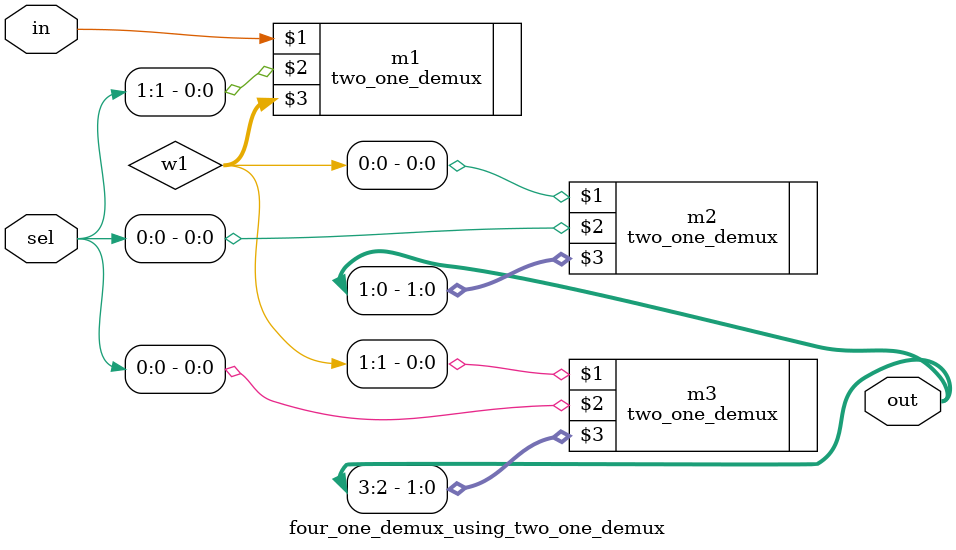
<source format=v>
`timescale 1ns / 1ps


module four_one_demux_using_two_one_demux(
input in,
input [1:0]sel,
output [3:0]out
    );
 wire [1:0]w1;
two_one_demux m1(in,sel[1],w1[1:0]);   
two_one_demux m2(w1[0],sel[0],out[1:0]);
two_one_demux m3(w1[1],sel[0],out[3:2]);     
    
endmodule

</source>
